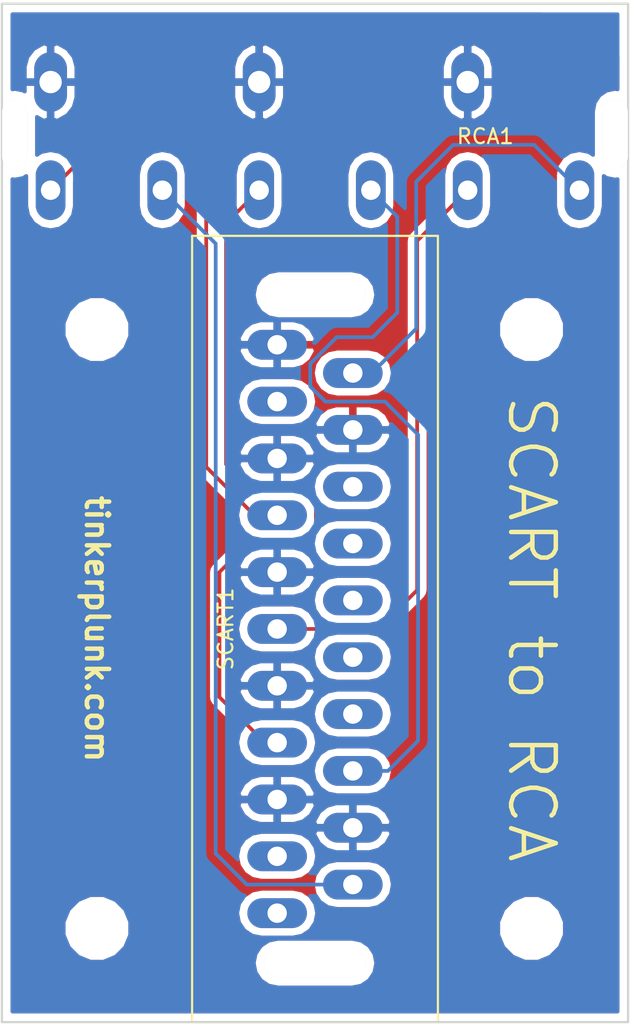
<source format=kicad_pcb>
(kicad_pcb (version 4) (host pcbnew 4.0.7)

  (general
    (links 15)
    (no_connects 0)
    (area 129.401499 66.345999 171.588501 134.758501)
    (thickness 1.6)
    (drawings 11)
    (tracks 46)
    (zones 0)
    (modules 6)
    (nets 19)
  )

  (page A4)
  (layers
    (0 F.Cu signal)
    (31 B.Cu signal)
    (32 B.Adhes user)
    (33 F.Adhes user)
    (34 B.Paste user)
    (35 F.Paste user)
    (36 B.SilkS user)
    (37 F.SilkS user)
    (38 B.Mask user)
    (39 F.Mask user)
    (40 Dwgs.User user)
    (41 Cmts.User user)
    (42 Eco1.User user)
    (43 Eco2.User user)
    (44 Edge.Cuts user)
    (45 Margin user)
    (46 B.CrtYd user)
    (47 F.CrtYd user)
    (48 B.Fab user)
    (49 F.Fab user)
  )

  (setup
    (last_trace_width 0.25)
    (trace_clearance 0.2)
    (zone_clearance 0.508)
    (zone_45_only no)
    (trace_min 0.2)
    (segment_width 0.2)
    (edge_width 0.15)
    (via_size 0.6)
    (via_drill 0.4)
    (via_min_size 0.4)
    (via_min_drill 0.3)
    (uvia_size 0.3)
    (uvia_drill 0.1)
    (uvias_allowed no)
    (uvia_min_size 0.2)
    (uvia_min_drill 0.1)
    (pcb_text_width 0.3)
    (pcb_text_size 1.5 1.5)
    (mod_edge_width 0.15)
    (mod_text_size 1 1)
    (mod_text_width 0.15)
    (pad_size 1.7 4.7)
    (pad_drill 1.7)
    (pad_to_mask_clearance 0.2)
    (aux_axis_origin 0 0)
    (visible_elements 7FFFFFFF)
    (pcbplotparams
      (layerselection 0x010f0_80000001)
      (usegerberextensions true)
      (excludeedgelayer true)
      (linewidth 0.100000)
      (plotframeref false)
      (viasonmask false)
      (mode 1)
      (useauxorigin false)
      (hpglpennumber 1)
      (hpglpenspeed 20)
      (hpglpendiameter 15)
      (hpglpenoverlay 2)
      (psnegative false)
      (psa4output false)
      (plotreference true)
      (plotvalue true)
      (plotinvisibletext false)
      (padsonsilk false)
      (subtractmaskfromsilk false)
      (outputformat 1)
      (mirror false)
      (drillshape 0)
      (scaleselection 1)
      (outputdirectory Gerbers/))
  )

  (net 0 "")
  (net 1 GND)
  (net 2 RED)
  (net 3 R_AUD)
  (net 4 SYNC)
  (net 5 GREEN)
  (net 6 L_AUD)
  (net 7 BLUE)
  (net 8 "Net-(SCART1-Pad16)")
  (net 9 "Net-(SCART1-Pad14)")
  (net 10 "Net-(SCART1-Pad10)")
  (net 11 "Net-(SCART1-Pad12)")
  (net 12 "Net-(SCART1-Pad1)")
  (net 13 "Net-(SCART1-Pad3)")
  (net 14 "Net-(SCART1-Pad19)")
  (net 15 "Net-(J1-Pad1)")
  (net 16 "Net-(J2-Pad1)")
  (net 17 "Net-(J3-Pad1)")
  (net 18 "Net-(J4-Pad1)")

  (net_class Default "This is the default net class."
    (clearance 0.2)
    (trace_width 0.25)
    (via_dia 0.6)
    (via_drill 0.4)
    (uvia_dia 0.3)
    (uvia_drill 0.1)
    (add_net BLUE)
    (add_net GND)
    (add_net GREEN)
    (add_net L_AUD)
    (add_net "Net-(J1-Pad1)")
    (add_net "Net-(J2-Pad1)")
    (add_net "Net-(J3-Pad1)")
    (add_net "Net-(J4-Pad1)")
    (add_net "Net-(SCART1-Pad1)")
    (add_net "Net-(SCART1-Pad10)")
    (add_net "Net-(SCART1-Pad12)")
    (add_net "Net-(SCART1-Pad14)")
    (add_net "Net-(SCART1-Pad16)")
    (add_net "Net-(SCART1-Pad19)")
    (add_net "Net-(SCART1-Pad3)")
    (add_net RED)
    (add_net R_AUD)
    (add_net SYNC)
  )

  (module SCARTConnectors:3x2_RCA (layer F.Cu) (tedit 5B18BA86) (tstamp 5B098CD8)
    (at 150.495 66.421 180)
    (path /5B098E54)
    (fp_text reference RCA1 (at -11.43 -8.89 180) (layer F.SilkS)
      (effects (font (size 1 1) (thickness 0.15)))
    )
    (fp_text value 3x2_RCA (at 10.16 -7.62 180) (layer F.Fab)
      (effects (font (size 1 1) (thickness 0.15)))
    )
    (fp_line (start -21 0) (end 21 0) (layer F.SilkS) (width 0.15))
    (pad 9 thru_hole oval (at 17.75 -5.25 180) (size 2.2 4) (drill 1.5) (layers *.Cu *.Mask)
      (net 1 GND))
    (pad 8 thru_hole oval (at 3.75 -5.25 180) (size 2.2 4) (drill 1.5) (layers *.Cu *.Mask)
      (net 1 GND))
    (pad 7 thru_hole oval (at -10.25 -5.25 180) (size 2.2 4) (drill 1.5) (layers *.Cu *.Mask)
      (net 1 GND))
    (pad 6 thru_hole oval (at 17.75 -12.5 180) (size 2 4) (drill 1.3) (layers *.Cu *.Mask)
      (net 2 RED))
    (pad 5 thru_hole oval (at 10.25 -12.5 180) (size 2 4) (drill 1.3) (layers *.Cu *.Mask)
      (net 3 R_AUD))
    (pad 1 thru_hole oval (at -17.75 -12.5 180) (size 2 4) (drill 1.3) (layers *.Cu *.Mask)
      (net 4 SYNC))
    (pad 2 thru_hole oval (at -10.25 -12.5 180) (size 2 4) (drill 1.3) (layers *.Cu *.Mask)
      (net 5 GREEN))
    (pad 3 thru_hole oval (at -3.75 -12.5 180) (size 2 4) (drill 1.3) (layers *.Cu *.Mask)
      (net 6 L_AUD))
    (pad 4 thru_hole oval (at 3.75 -12.5 180) (size 2 4) (drill 1.3) (layers *.Cu *.Mask)
      (net 7 BLUE))
    (pad "" np_thru_hole oval (at -20.15 -8.75 180) (size 1.7 4.7) (drill oval 1.7 4.7) (layers *.Cu *.Mask))
    (pad "" np_thru_hole oval (at 20.15 -8.75 180) (size 1.7 4.7) (drill oval 1.7 4.7) (layers *.Cu *.Mask))
  )

  (module SCARTConnectors:SCART_F (layer F.Cu) (tedit 5B18B74C) (tstamp 5B098CF7)
    (at 150.495 108.331 270)
    (path /5B074A73)
    (fp_text reference SCART1 (at 0 6 270) (layer F.SilkS)
      (effects (font (size 1 1) (thickness 0.15)))
    )
    (fp_text value SCART-F (at 0 -6.25 270) (layer F.Fab)
      (effects (font (size 1 1) (thickness 0.15)))
    )
    (fp_line (start 26.35 8.25) (end -26.35 8.25) (layer F.SilkS) (width 0.15))
    (fp_line (start -26.35 8.25) (end -26.35 -8.25) (layer F.SilkS) (width 0.15))
    (fp_line (start -26.35 -8.25) (end 26.35 -8.25) (layer F.SilkS) (width 0.15))
    (fp_line (start 26.35 -8.25) (end 26.35 8.25) (layer F.SilkS) (width 0.15))
    (pad 20 thru_hole oval (at -17.155 -2.54 270) (size 2 4) (drill 1.3) (layers *.Cu *.Mask)
      (net 4 SYNC))
    (pad 18 thru_hole oval (at -13.345 -2.54 270) (size 2 4) (drill 1.3) (layers *.Cu *.Mask)
      (net 1 GND))
    (pad 16 thru_hole oval (at -9.535 -2.54 270) (size 2 4) (drill 1.3) (layers *.Cu *.Mask)
      (net 8 "Net-(SCART1-Pad16)"))
    (pad 14 thru_hole oval (at -5.725 -2.54 270) (size 2 4) (drill 1.3) (layers *.Cu *.Mask)
      (net 9 "Net-(SCART1-Pad14)"))
    (pad 2 thru_hole oval (at 17.135 -2.54 270) (size 2 4) (drill 1.3) (layers *.Cu *.Mask)
      (net 3 R_AUD))
    (pad 4 thru_hole oval (at 13.325 -2.54 270) (size 2 4) (drill 1.3) (layers *.Cu *.Mask)
      (net 1 GND))
    (pad 6 thru_hole oval (at 9.515 -2.54 270) (size 2 4) (drill 1.3) (layers *.Cu *.Mask)
      (net 6 L_AUD))
    (pad e8 thru_hole oval (at 5.705 -2.54 270) (size 2 4) (drill 1.3) (layers *.Cu *.Mask))
    (pad 10 thru_hole oval (at 1.895 -2.54 270) (size 2 4) (drill 1.3) (layers *.Cu *.Mask)
      (net 10 "Net-(SCART1-Pad10)"))
    (pad 12 thru_hole oval (at -1.915 -2.54 270) (size 2 4) (drill 1.3) (layers *.Cu *.Mask)
      (net 11 "Net-(SCART1-Pad12)"))
    (pad 1 thru_hole oval (at 19.05 2.54 270) (size 2 4) (drill 1.3) (layers *.Cu *.Mask)
      (net 12 "Net-(SCART1-Pad1)"))
    (pad 3 thru_hole oval (at 15.24 2.54 270) (size 2 4) (drill 1.3) (layers *.Cu *.Mask)
      (net 13 "Net-(SCART1-Pad3)"))
    (pad 5 thru_hole oval (at 11.43 2.54 270) (size 2 4) (drill 1.3) (layers *.Cu *.Mask)
      (net 1 GND))
    (pad 7 thru_hole oval (at 7.62 2.54 270) (size 2 4) (drill 1.3) (layers *.Cu *.Mask)
      (net 7 BLUE))
    (pad 9 thru_hole oval (at 3.81 2.54 270) (size 2 4) (drill 1.3) (layers *.Cu *.Mask)
      (net 1 GND))
    (pad 21 thru_hole oval (at -19.05 2.54 270) (size 2 4) (drill 1.3) (layers *.Cu *.Mask)
      (net 1 GND))
    (pad 19 thru_hole oval (at -15.24 2.54 270) (size 2 4) (drill 1.3) (layers *.Cu *.Mask)
      (net 14 "Net-(SCART1-Pad19)"))
    (pad 17 thru_hole oval (at -11.43 2.54 270) (size 2 4) (drill 1.3) (layers *.Cu *.Mask)
      (net 1 GND))
    (pad 15 thru_hole oval (at -7.62 2.54 270) (size 2 4) (drill 1.3) (layers *.Cu *.Mask)
      (net 2 RED))
    (pad 13 thru_hole oval (at -3.81 2.54 270) (size 2 4) (drill 1.3) (layers *.Cu *.Mask)
      (net 1 GND))
    (pad 11 thru_hole oval (at 0 2.54 270) (size 2 4) (drill 1.3) (layers *.Cu *.Mask)
      (net 5 GREEN))
    (pad "" np_thru_hole oval (at -22.4 0 270) (size 2 6.8) (drill oval 2 6.8) (layers *.Cu *.Mask))
    (pad "" np_thru_hole oval (at 22.4 0 270) (size 2 6.8) (drill oval 2 6.8) (layers *.Cu *.Mask))
  )

  (module Mounting_Holes:MountingHole_3.2mm_M3 (layer F.Cu) (tedit 5B19C1E6) (tstamp 5B19BFE1)
    (at 165.03175 128.40175)
    (descr "Mounting Hole 3.2mm, no annular, M3")
    (tags "mounting hole 3.2mm no annular m3")
    (path /5B19BE3C)
    (attr virtual)
    (fp_text reference J1 (at 0 -4.2) (layer F.SilkS) hide
      (effects (font (size 1 1) (thickness 0.15)))
    )
    (fp_text value Conn_01x01 (at 0 4.2) (layer F.Fab)
      (effects (font (size 1 1) (thickness 0.15)))
    )
    (fp_text user %R (at 0.3 0) (layer F.Fab)
      (effects (font (size 1 1) (thickness 0.15)))
    )
    (fp_circle (center 0 0) (end 3.2 0) (layer Cmts.User) (width 0.15))
    (fp_circle (center 0 0) (end 3.45 0) (layer F.CrtYd) (width 0.05))
    (pad 1 np_thru_hole circle (at 0 0) (size 3.2 3.2) (drill 3.2) (layers *.Cu *.Mask)
      (net 15 "Net-(J1-Pad1)"))
  )

  (module Mounting_Holes:MountingHole_3.2mm_M3 (layer F.Cu) (tedit 5B19C1EA) (tstamp 5B19BFE6)
    (at 135.85825 128.40175)
    (descr "Mounting Hole 3.2mm, no annular, M3")
    (tags "mounting hole 3.2mm no annular m3")
    (path /5B19BE9F)
    (attr virtual)
    (fp_text reference J2 (at 0 -4.2) (layer F.SilkS) hide
      (effects (font (size 1 1) (thickness 0.15)))
    )
    (fp_text value Conn_01x01 (at 0 4.2) (layer F.Fab)
      (effects (font (size 1 1) (thickness 0.15)))
    )
    (fp_text user %R (at 0.3 0) (layer F.Fab)
      (effects (font (size 1 1) (thickness 0.15)))
    )
    (fp_circle (center 0 0) (end 3.2 0) (layer Cmts.User) (width 0.15))
    (fp_circle (center 0 0) (end 3.45 0) (layer F.CrtYd) (width 0.05))
    (pad 1 np_thru_hole circle (at 0 0) (size 3.2 3.2) (drill 3.2) (layers *.Cu *.Mask)
      (net 16 "Net-(J2-Pad1)"))
  )

  (module Mounting_Holes:MountingHole_3.2mm_M3 (layer F.Cu) (tedit 5B19C1DF) (tstamp 5B19BFEB)
    (at 165.03175 88.26025)
    (descr "Mounting Hole 3.2mm, no annular, M3")
    (tags "mounting hole 3.2mm no annular m3")
    (path /5B19BE5E)
    (attr virtual)
    (fp_text reference J3 (at 0 -4.2) (layer F.SilkS) hide
      (effects (font (size 1 1) (thickness 0.15)))
    )
    (fp_text value Conn_01x01 (at 0 4.2) (layer F.Fab)
      (effects (font (size 1 1) (thickness 0.15)))
    )
    (fp_text user %R (at 0.3 0) (layer F.Fab)
      (effects (font (size 1 1) (thickness 0.15)))
    )
    (fp_circle (center 0 0) (end 3.2 0) (layer Cmts.User) (width 0.15))
    (fp_circle (center 0 0) (end 3.45 0) (layer F.CrtYd) (width 0.05))
    (pad 1 np_thru_hole circle (at 0 0) (size 3.2 3.2) (drill 3.2) (layers *.Cu *.Mask)
      (net 17 "Net-(J3-Pad1)"))
  )

  (module Mounting_Holes:MountingHole_3.2mm_M3 (layer F.Cu) (tedit 5B19C1F0) (tstamp 5B19BFF0)
    (at 135.85825 88.26025)
    (descr "Mounting Hole 3.2mm, no annular, M3")
    (tags "mounting hole 3.2mm no annular m3")
    (path /5B19BE7E)
    (attr virtual)
    (fp_text reference J4 (at 0 -4.2) (layer F.SilkS) hide
      (effects (font (size 1 1) (thickness 0.15)))
    )
    (fp_text value Conn_01x01 (at 0 4.2) (layer F.Fab)
      (effects (font (size 1 1) (thickness 0.15)))
    )
    (fp_text user %R (at 0.3 0) (layer F.Fab)
      (effects (font (size 1 1) (thickness 0.15)))
    )
    (fp_circle (center 0 0) (end 3.2 0) (layer Cmts.User) (width 0.15))
    (fp_circle (center 0 0) (end 3.45 0) (layer F.CrtYd) (width 0.05))
    (pad 1 np_thru_hole circle (at 0 0) (size 3.2 3.2) (drill 3.2) (layers *.Cu *.Mask)
      (net 18 "Net-(J4-Pad1)"))
  )

  (gr_text tinkerplunk.com (at 135.85825 108.331 270) (layer F.SilkS)
    (effects (font (size 1.5 1.5) (thickness 0.3)))
  )
  (gr_text v0.1 (at 171.0182 68.01104) (layer F.Cu)
    (effects (font (size 1.5 1.5) (thickness 0.3)) (justify right))
  )
  (gr_text "SCART to RCA" (at 165.03175 108.331 270) (layer F.SilkS)
    (effects (font (size 3 3) (thickness 0.3)))
  )
  (gr_line (start 130.345 73.671) (end 130.345 76.671) (angle 90) (layer Edge.Cuts) (width 1.7))
  (gr_line (start 129.4765 134.6835) (end 129.4765 66.421) (angle 90) (layer Edge.Cuts) (width 0.15))
  (gr_line (start 171.5135 66.421) (end 171.5135 134.6835) (angle 90) (layer Edge.Cuts) (width 0.15))
  (gr_line (start 171.5135 134.6835) (end 129.4765 134.6835) (angle 90) (layer Edge.Cuts) (width 0.15))
  (gr_line (start 170.645 73.671) (end 170.645 76.671) (angle 90) (layer Edge.Cuts) (width 1.7) (tstamp 5B18BBBA))
  (gr_line (start 171.5135 66.421) (end 129.4765 66.421) (angle 90) (layer Edge.Cuts) (width 0.15))
  (gr_line (start 148.095 130.731) (end 152.895 130.731) (angle 90) (layer Edge.Cuts) (width 2) (tstamp 5B18B802))
  (gr_line (start 148.095 85.931) (end 152.895 85.931) (angle 90) (layer Edge.Cuts) (width 2))

  (segment (start 147.955 100.711) (end 146.431 100.711) (width 0.25) (layer F.Cu) (net 2))
  (segment (start 146.431 100.711) (end 143.1925 97.4725) (width 0.25) (layer F.Cu) (net 2) (tstamp 5B18BE0F))
  (segment (start 143.1925 97.4725) (end 143.1925 78.105) (width 0.25) (layer F.Cu) (net 2) (tstamp 5B18BE15))
  (segment (start 143.1925 78.105) (end 140.589 75.5015) (width 0.25) (layer F.Cu) (net 2) (tstamp 5B18BE29))
  (segment (start 140.589 75.5015) (end 136.1645 75.5015) (width 0.25) (layer F.Cu) (net 2) (tstamp 5B18BE2B))
  (segment (start 136.1645 75.5015) (end 132.745 78.921) (width 0.25) (layer F.Cu) (net 2) (tstamp 5B18BE2E))
  (segment (start 153.035 125.466) (end 145.913 125.466) (width 0.25) (layer B.Cu) (net 3))
  (segment (start 143.8275 82.5035) (end 140.245 78.921) (width 0.25) (layer B.Cu) (net 3) (tstamp 5B18BE03))
  (segment (start 143.8275 123.3805) (end 143.8275 82.5035) (width 0.25) (layer B.Cu) (net 3) (tstamp 5B18BDF4))
  (segment (start 145.913 125.466) (end 143.8275 123.3805) (width 0.25) (layer B.Cu) (net 3) (tstamp 5B18BDF1))
  (segment (start 153.035 91.176) (end 154.315 91.176) (width 0.25) (layer B.Cu) (net 4))
  (segment (start 154.315 91.176) (end 157.2895 88.2015) (width 0.25) (layer B.Cu) (net 4) (tstamp 5B18BE52))
  (segment (start 157.2895 88.2015) (end 157.2895 78.359) (width 0.25) (layer B.Cu) (net 4) (tstamp 5B18BE5A))
  (segment (start 157.2895 78.359) (end 159.766 75.8825) (width 0.25) (layer B.Cu) (net 4) (tstamp 5B18BE60))
  (segment (start 159.766 75.8825) (end 165.2065 75.8825) (width 0.25) (layer B.Cu) (net 4) (tstamp 5B18BE62))
  (segment (start 165.2065 75.8825) (end 168.245 78.921) (width 0.25) (layer B.Cu) (net 4) (tstamp 5B18BE64))
  (segment (start 147.955 108.331) (end 154.7495 108.331) (width 0.25) (layer F.Cu) (net 5))
  (segment (start 157.353 82.313) (end 160.745 78.921) (width 0.25) (layer F.Cu) (net 5) (tstamp 5B18BE44))
  (segment (start 157.353 105.7275) (end 157.353 82.313) (width 0.25) (layer F.Cu) (net 5) (tstamp 5B18BE3C))
  (segment (start 154.7495 108.331) (end 157.353 105.7275) (width 0.25) (layer F.Cu) (net 5) (tstamp 5B18BE38))
  (segment (start 153.035 117.846) (end 155.3945 117.846) (width 0.25) (layer B.Cu) (net 6))
  (segment (start 156.0195 80.6955) (end 154.245 78.921) (width 0.25) (layer B.Cu) (net 6) (tstamp 5B19BBB0))
  (segment (start 156.0195 87.122) (end 156.0195 80.6955) (width 0.25) (layer B.Cu) (net 6) (tstamp 5B19BBAB))
  (segment (start 154.3685 88.773) (end 156.0195 87.122) (width 0.25) (layer B.Cu) (net 6) (tstamp 5B19BBA7))
  (segment (start 151.9555 88.773) (end 154.3685 88.773) (width 0.25) (layer B.Cu) (net 6) (tstamp 5B19BBA2))
  (segment (start 150.1775 90.551) (end 151.9555 88.773) (width 0.25) (layer B.Cu) (net 6) (tstamp 5B19BB9E))
  (segment (start 150.1775 92.075) (end 150.1775 90.551) (width 0.25) (layer B.Cu) (net 6) (tstamp 5B19BB99))
  (segment (start 151.1935 93.091) (end 150.1775 92.075) (width 0.25) (layer B.Cu) (net 6) (tstamp 5B19BB93))
  (segment (start 155.194 93.091) (end 151.1935 93.091) (width 0.25) (layer B.Cu) (net 6) (tstamp 5B19BB8E))
  (segment (start 157.4165 95.3135) (end 155.194 93.091) (width 0.25) (layer B.Cu) (net 6) (tstamp 5B19BB86))
  (segment (start 157.4165 115.824) (end 157.4165 95.3135) (width 0.25) (layer B.Cu) (net 6) (tstamp 5B19BB84))
  (segment (start 155.3945 117.846) (end 157.4165 115.824) (width 0.25) (layer B.Cu) (net 6) (tstamp 5B19BB81))
  (segment (start 153.035 117.846) (end 152.263 117.846) (width 0.25) (layer B.Cu) (net 6))
  (segment (start 147.955 115.951) (end 147.1295 115.951) (width 0.25) (layer F.Cu) (net 7))
  (segment (start 147.1295 115.951) (end 144.0815 112.903) (width 0.25) (layer F.Cu) (net 7) (tstamp 5B18BD02))
  (segment (start 144.526 81.14) (end 146.745 78.921) (width 0.25) (layer F.Cu) (net 7) (tstamp 5B18BD50))
  (segment (start 144.526 97.282) (end 144.526 81.14) (width 0.25) (layer F.Cu) (net 7) (tstamp 5B18BD4A))
  (segment (start 146.177 98.933) (end 144.526 97.282) (width 0.25) (layer F.Cu) (net 7) (tstamp 5B18BD3B))
  (segment (start 149.606 98.933) (end 146.177 98.933) (width 0.25) (layer F.Cu) (net 7) (tstamp 5B18BD37))
  (segment (start 150.5585 99.8855) (end 149.606 98.933) (width 0.25) (layer F.Cu) (net 7) (tstamp 5B18BD31))
  (segment (start 150.5585 101.6) (end 150.5585 99.8855) (width 0.25) (layer F.Cu) (net 7) (tstamp 5B18BD24))
  (segment (start 149.5425 102.616) (end 150.5585 101.6) (width 0.25) (layer F.Cu) (net 7) (tstamp 5B18BD20))
  (segment (start 145.9865 102.616) (end 149.5425 102.616) (width 0.25) (layer F.Cu) (net 7) (tstamp 5B18BD1B))
  (segment (start 144.0815 104.521) (end 145.9865 102.616) (width 0.25) (layer F.Cu) (net 7) (tstamp 5B18BD16))
  (segment (start 144.0815 112.903) (end 144.0815 104.521) (width 0.25) (layer F.Cu) (net 7) (tstamp 5B18BD0B))
  (segment (start 147.955 115.951) (end 148.59 115.951) (width 0.25) (layer F.Cu) (net 7))

  (zone (net 1) (net_name GND) (layer F.Cu) (tstamp 5B19BAE9) (hatch edge 0.508)
    (connect_pads (clearance 0.508))
    (min_thickness 0.254)
    (fill yes (arc_segments 16) (thermal_gap 0.508) (thermal_bridge_width 0.508))
    (polygon
      (pts
        (xy 171.6405 134.8105) (xy 129.3495 134.8105) (xy 129.3495 66.294) (xy 171.6405 66.294)
      )
    )
    (filled_polygon
      (pts
        (xy 165.668915 69.99604) (xy 170.8035 69.99604) (xy 170.8035 72.159048) (xy 170.645 72.12752) (xy 170.076715 72.240559)
        (xy 169.594946 72.562466) (xy 169.273039 73.044235) (xy 169.16 73.61252) (xy 169.16 76.552146) (xy 168.870687 76.358834)
        (xy 168.245 76.234377) (xy 167.619313 76.358834) (xy 167.08888 76.713257) (xy 166.734457 77.24369) (xy 166.61 77.869377)
        (xy 166.61 79.972623) (xy 166.734457 80.59831) (xy 167.08888 81.128743) (xy 167.619313 81.483166) (xy 168.245 81.607623)
        (xy 168.870687 81.483166) (xy 169.40112 81.128743) (xy 169.755543 80.59831) (xy 169.88 79.972623) (xy 169.88 77.970001)
        (xy 170.076715 78.101441) (xy 170.645 78.21448) (xy 170.8035 78.182952) (xy 170.8035 133.9735) (xy 130.1865 133.9735)
        (xy 130.1865 130.731) (xy 146.38095 130.731) (xy 146.505407 131.356687) (xy 146.85983 131.88712) (xy 147.390263 132.241543)
        (xy 148.01595 132.366) (xy 152.97405 132.366) (xy 153.599737 132.241543) (xy 154.13017 131.88712) (xy 154.484593 131.356687)
        (xy 154.60905 130.731) (xy 154.484593 130.105313) (xy 154.13017 129.57488) (xy 153.599737 129.220457) (xy 152.97405 129.096)
        (xy 148.01595 129.096) (xy 147.390263 129.220457) (xy 146.85983 129.57488) (xy 146.505407 130.105313) (xy 146.38095 130.731)
        (xy 130.1865 130.731) (xy 130.1865 128.844369) (xy 133.622863 128.844369) (xy 133.962405 129.666122) (xy 134.590571 130.295386)
        (xy 135.411731 130.636361) (xy 136.300869 130.637137) (xy 137.122622 130.297595) (xy 137.751886 129.669429) (xy 138.092861 128.848269)
        (xy 138.093637 127.959131) (xy 137.854758 127.381) (xy 145.268377 127.381) (xy 145.392834 128.006687) (xy 145.747257 128.53712)
        (xy 146.27769 128.891543) (xy 146.903377 129.016) (xy 149.006623 129.016) (xy 149.63231 128.891543) (xy 149.702911 128.844369)
        (xy 162.796363 128.844369) (xy 163.135905 129.666122) (xy 163.764071 130.295386) (xy 164.585231 130.636361) (xy 165.474369 130.637137)
        (xy 166.296122 130.297595) (xy 166.925386 129.669429) (xy 167.266361 128.848269) (xy 167.267137 127.959131) (xy 166.927595 127.137378)
        (xy 166.299429 126.508114) (xy 165.478269 126.167139) (xy 164.589131 126.166363) (xy 163.767378 126.505905) (xy 163.138114 127.134071)
        (xy 162.797139 127.955231) (xy 162.796363 128.844369) (xy 149.702911 128.844369) (xy 150.162743 128.53712) (xy 150.517166 128.006687)
        (xy 150.641623 127.381) (xy 150.517166 126.755313) (xy 150.162743 126.22488) (xy 149.63231 125.870457) (xy 149.006623 125.746)
        (xy 146.903377 125.746) (xy 146.27769 125.870457) (xy 145.747257 126.22488) (xy 145.392834 126.755313) (xy 145.268377 127.381)
        (xy 137.854758 127.381) (xy 137.754095 127.137378) (xy 137.125929 126.508114) (xy 136.304769 126.167139) (xy 135.415631 126.166363)
        (xy 134.593878 126.505905) (xy 133.964614 127.134071) (xy 133.623639 127.955231) (xy 133.622863 128.844369) (xy 130.1865 128.844369)
        (xy 130.1865 125.466) (xy 150.348377 125.466) (xy 150.472834 126.091687) (xy 150.827257 126.62212) (xy 151.35769 126.976543)
        (xy 151.983377 127.101) (xy 154.086623 127.101) (xy 154.71231 126.976543) (xy 155.242743 126.62212) (xy 155.597166 126.091687)
        (xy 155.721623 125.466) (xy 155.597166 124.840313) (xy 155.242743 124.30988) (xy 154.71231 123.955457) (xy 154.086623 123.831)
        (xy 151.983377 123.831) (xy 151.35769 123.955457) (xy 150.827257 124.30988) (xy 150.472834 124.840313) (xy 150.348377 125.466)
        (xy 130.1865 125.466) (xy 130.1865 123.571) (xy 145.268377 123.571) (xy 145.392834 124.196687) (xy 145.747257 124.72712)
        (xy 146.27769 125.081543) (xy 146.903377 125.206) (xy 149.006623 125.206) (xy 149.63231 125.081543) (xy 150.162743 124.72712)
        (xy 150.517166 124.196687) (xy 150.641623 123.571) (xy 150.517166 122.945313) (xy 150.162743 122.41488) (xy 149.63231 122.060457)
        (xy 149.511539 122.036434) (xy 150.444876 122.036434) (xy 150.475856 122.164355) (xy 150.789078 122.722317) (xy 151.29198 123.117942)
        (xy 151.908 123.291) (xy 152.908 123.291) (xy 152.908 121.783) (xy 153.162 121.783) (xy 153.162 123.291)
        (xy 154.162 123.291) (xy 154.77802 123.117942) (xy 155.280922 122.722317) (xy 155.594144 122.164355) (xy 155.625124 122.036434)
        (xy 155.505777 121.783) (xy 153.162 121.783) (xy 152.908 121.783) (xy 150.564223 121.783) (xy 150.444876 122.036434)
        (xy 149.511539 122.036434) (xy 149.006623 121.936) (xy 146.903377 121.936) (xy 146.27769 122.060457) (xy 145.747257 122.41488)
        (xy 145.392834 122.945313) (xy 145.268377 123.571) (xy 130.1865 123.571) (xy 130.1865 120.141434) (xy 145.364876 120.141434)
        (xy 145.395856 120.269355) (xy 145.709078 120.827317) (xy 146.21198 121.222942) (xy 146.828 121.396) (xy 147.828 121.396)
        (xy 147.828 119.888) (xy 148.082 119.888) (xy 148.082 121.396) (xy 149.082 121.396) (xy 149.510698 121.275566)
        (xy 150.444876 121.275566) (xy 150.564223 121.529) (xy 152.908 121.529) (xy 152.908 120.021) (xy 153.162 120.021)
        (xy 153.162 121.529) (xy 155.505777 121.529) (xy 155.625124 121.275566) (xy 155.594144 121.147645) (xy 155.280922 120.589683)
        (xy 154.77802 120.194058) (xy 154.162 120.021) (xy 153.162 120.021) (xy 152.908 120.021) (xy 151.908 120.021)
        (xy 151.29198 120.194058) (xy 150.789078 120.589683) (xy 150.475856 121.147645) (xy 150.444876 121.275566) (xy 149.510698 121.275566)
        (xy 149.69802 121.222942) (xy 150.200922 120.827317) (xy 150.514144 120.269355) (xy 150.545124 120.141434) (xy 150.425777 119.888)
        (xy 148.082 119.888) (xy 147.828 119.888) (xy 145.484223 119.888) (xy 145.364876 120.141434) (xy 130.1865 120.141434)
        (xy 130.1865 119.380566) (xy 145.364876 119.380566) (xy 145.484223 119.634) (xy 147.828 119.634) (xy 147.828 118.126)
        (xy 148.082 118.126) (xy 148.082 119.634) (xy 150.425777 119.634) (xy 150.545124 119.380566) (xy 150.514144 119.252645)
        (xy 150.200922 118.694683) (xy 149.69802 118.299058) (xy 149.082 118.126) (xy 148.082 118.126) (xy 147.828 118.126)
        (xy 146.828 118.126) (xy 146.21198 118.299058) (xy 145.709078 118.694683) (xy 145.395856 119.252645) (xy 145.364876 119.380566)
        (xy 130.1865 119.380566) (xy 130.1865 117.846) (xy 150.348377 117.846) (xy 150.472834 118.471687) (xy 150.827257 119.00212)
        (xy 151.35769 119.356543) (xy 151.983377 119.481) (xy 154.086623 119.481) (xy 154.71231 119.356543) (xy 155.242743 119.00212)
        (xy 155.597166 118.471687) (xy 155.721623 117.846) (xy 155.597166 117.220313) (xy 155.242743 116.68988) (xy 154.71231 116.335457)
        (xy 154.086623 116.211) (xy 151.983377 116.211) (xy 151.35769 116.335457) (xy 150.827257 116.68988) (xy 150.472834 117.220313)
        (xy 150.348377 117.846) (xy 130.1865 117.846) (xy 130.1865 88.702869) (xy 133.622863 88.702869) (xy 133.962405 89.524622)
        (xy 134.590571 90.153886) (xy 135.411731 90.494861) (xy 136.300869 90.495637) (xy 137.122622 90.156095) (xy 137.751886 89.527929)
        (xy 138.092861 88.706769) (xy 138.093637 87.817631) (xy 137.754095 86.995878) (xy 137.125929 86.366614) (xy 136.304769 86.025639)
        (xy 135.415631 86.024863) (xy 134.593878 86.364405) (xy 133.964614 86.992571) (xy 133.623639 87.813731) (xy 133.622863 88.702869)
        (xy 130.1865 88.702869) (xy 130.1865 78.182952) (xy 130.345 78.21448) (xy 130.913285 78.101441) (xy 131.11 77.970001)
        (xy 131.11 79.972623) (xy 131.234457 80.59831) (xy 131.58888 81.128743) (xy 132.119313 81.483166) (xy 132.745 81.607623)
        (xy 133.370687 81.483166) (xy 133.90112 81.128743) (xy 134.255543 80.59831) (xy 134.38 79.972623) (xy 134.38 78.360802)
        (xy 136.479302 76.2615) (xy 140.108644 76.2615) (xy 139.619313 76.358834) (xy 139.08888 76.713257) (xy 138.734457 77.24369)
        (xy 138.61 77.869377) (xy 138.61 79.972623) (xy 138.734457 80.59831) (xy 139.08888 81.128743) (xy 139.619313 81.483166)
        (xy 140.245 81.607623) (xy 140.870687 81.483166) (xy 141.40112 81.128743) (xy 141.755543 80.59831) (xy 141.88 79.972623)
        (xy 141.88 77.869377) (xy 141.879485 77.866787) (xy 142.4325 78.419802) (xy 142.4325 97.4725) (xy 142.490352 97.763339)
        (xy 142.655099 98.009901) (xy 145.282947 100.637749) (xy 145.268377 100.711) (xy 145.392834 101.336687) (xy 145.747257 101.86712)
        (xy 145.789316 101.895223) (xy 145.695661 101.913852) (xy 145.449099 102.078599) (xy 143.544099 103.983599) (xy 143.379352 104.230161)
        (xy 143.3215 104.521) (xy 143.3215 112.903) (xy 143.379352 113.193839) (xy 143.544099 113.440401) (xy 145.407324 115.303626)
        (xy 145.392834 115.325313) (xy 145.268377 115.951) (xy 145.392834 116.576687) (xy 145.747257 117.10712) (xy 146.27769 117.461543)
        (xy 146.903377 117.586) (xy 149.006623 117.586) (xy 149.63231 117.461543) (xy 150.162743 117.10712) (xy 150.517166 116.576687)
        (xy 150.641623 115.951) (xy 150.517166 115.325313) (xy 150.162743 114.79488) (xy 149.63231 114.440457) (xy 149.006623 114.316)
        (xy 146.903377 114.316) (xy 146.624729 114.371427) (xy 146.289302 114.036) (xy 150.348377 114.036) (xy 150.472834 114.661687)
        (xy 150.827257 115.19212) (xy 151.35769 115.546543) (xy 151.983377 115.671) (xy 154.086623 115.671) (xy 154.71231 115.546543)
        (xy 155.242743 115.19212) (xy 155.597166 114.661687) (xy 155.721623 114.036) (xy 155.597166 113.410313) (xy 155.242743 112.87988)
        (xy 154.71231 112.525457) (xy 154.086623 112.401) (xy 151.983377 112.401) (xy 151.35769 112.525457) (xy 150.827257 112.87988)
        (xy 150.472834 113.410313) (xy 150.348377 114.036) (xy 146.289302 114.036) (xy 144.8415 112.588198) (xy 144.8415 112.521434)
        (xy 145.364876 112.521434) (xy 145.395856 112.649355) (xy 145.709078 113.207317) (xy 146.21198 113.602942) (xy 146.828 113.776)
        (xy 147.828 113.776) (xy 147.828 112.268) (xy 148.082 112.268) (xy 148.082 113.776) (xy 149.082 113.776)
        (xy 149.69802 113.602942) (xy 150.200922 113.207317) (xy 150.514144 112.649355) (xy 150.545124 112.521434) (xy 150.425777 112.268)
        (xy 148.082 112.268) (xy 147.828 112.268) (xy 145.484223 112.268) (xy 145.364876 112.521434) (xy 144.8415 112.521434)
        (xy 144.8415 111.760566) (xy 145.364876 111.760566) (xy 145.484223 112.014) (xy 147.828 112.014) (xy 147.828 110.506)
        (xy 148.082 110.506) (xy 148.082 112.014) (xy 150.425777 112.014) (xy 150.545124 111.760566) (xy 150.514144 111.632645)
        (xy 150.200922 111.074683) (xy 149.69802 110.679058) (xy 149.082 110.506) (xy 148.082 110.506) (xy 147.828 110.506)
        (xy 146.828 110.506) (xy 146.21198 110.679058) (xy 145.709078 111.074683) (xy 145.395856 111.632645) (xy 145.364876 111.760566)
        (xy 144.8415 111.760566) (xy 144.8415 108.331) (xy 145.268377 108.331) (xy 145.392834 108.956687) (xy 145.747257 109.48712)
        (xy 146.27769 109.841543) (xy 146.903377 109.966) (xy 149.006623 109.966) (xy 149.63231 109.841543) (xy 150.162743 109.48712)
        (xy 150.427421 109.091) (xy 150.813145 109.091) (xy 150.472834 109.600313) (xy 150.348377 110.226) (xy 150.472834 110.851687)
        (xy 150.827257 111.38212) (xy 151.35769 111.736543) (xy 151.983377 111.861) (xy 154.086623 111.861) (xy 154.71231 111.736543)
        (xy 155.242743 111.38212) (xy 155.597166 110.851687) (xy 155.721623 110.226) (xy 155.597166 109.600313) (xy 155.242743 109.06988)
        (xy 155.114054 108.983893) (xy 155.286901 108.868401) (xy 157.890401 106.264901) (xy 158.055148 106.018339) (xy 158.113 105.7275)
        (xy 158.113 88.702869) (xy 162.796363 88.702869) (xy 163.135905 89.524622) (xy 163.764071 90.153886) (xy 164.585231 90.494861)
        (xy 165.474369 90.495637) (xy 166.296122 90.156095) (xy 166.925386 89.527929) (xy 167.266361 88.706769) (xy 167.267137 87.817631)
        (xy 166.927595 86.995878) (xy 166.299429 86.366614) (xy 165.478269 86.025639) (xy 164.589131 86.024863) (xy 163.767378 86.364405)
        (xy 163.138114 86.992571) (xy 162.797139 87.813731) (xy 162.796363 88.702869) (xy 158.113 88.702869) (xy 158.113 82.627802)
        (xy 159.602775 81.138027) (xy 160.119313 81.483166) (xy 160.745 81.607623) (xy 161.370687 81.483166) (xy 161.90112 81.128743)
        (xy 162.255543 80.59831) (xy 162.38 79.972623) (xy 162.38 77.869377) (xy 162.255543 77.24369) (xy 161.90112 76.713257)
        (xy 161.370687 76.358834) (xy 160.745 76.234377) (xy 160.119313 76.358834) (xy 159.58888 76.713257) (xy 159.234457 77.24369)
        (xy 159.11 77.869377) (xy 159.11 79.481198) (xy 156.815599 81.775599) (xy 156.650852 82.022161) (xy 156.593 82.313)
        (xy 156.593 105.412698) (xy 155.699735 106.305963) (xy 155.597166 105.790313) (xy 155.242743 105.25988) (xy 154.71231 104.905457)
        (xy 154.086623 104.781) (xy 151.983377 104.781) (xy 151.35769 104.905457) (xy 150.827257 105.25988) (xy 150.472834 105.790313)
        (xy 150.348377 106.416) (xy 150.472834 107.041687) (xy 150.826509 107.571) (xy 150.427421 107.571) (xy 150.162743 107.17488)
        (xy 149.63231 106.820457) (xy 149.006623 106.696) (xy 146.903377 106.696) (xy 146.27769 106.820457) (xy 145.747257 107.17488)
        (xy 145.392834 107.705313) (xy 145.268377 108.331) (xy 144.8415 108.331) (xy 144.8415 104.901434) (xy 145.364876 104.901434)
        (xy 145.395856 105.029355) (xy 145.709078 105.587317) (xy 146.21198 105.982942) (xy 146.828 106.156) (xy 147.828 106.156)
        (xy 147.828 104.648) (xy 148.082 104.648) (xy 148.082 106.156) (xy 149.082 106.156) (xy 149.69802 105.982942)
        (xy 150.200922 105.587317) (xy 150.514144 105.029355) (xy 150.545124 104.901434) (xy 150.425777 104.648) (xy 148.082 104.648)
        (xy 147.828 104.648) (xy 145.484223 104.648) (xy 145.364876 104.901434) (xy 144.8415 104.901434) (xy 144.8415 104.835802)
        (xy 145.419898 104.257404) (xy 145.484223 104.394) (xy 147.828 104.394) (xy 147.828 104.374) (xy 148.082 104.374)
        (xy 148.082 104.394) (xy 150.425777 104.394) (xy 150.545124 104.140566) (xy 150.514144 104.012645) (xy 150.200922 103.454683)
        (xy 149.938254 103.248046) (xy 150.079901 103.153401) (xy 150.394654 102.838648) (xy 150.472834 103.231687) (xy 150.827257 103.76212)
        (xy 151.35769 104.116543) (xy 151.983377 104.241) (xy 154.086623 104.241) (xy 154.71231 104.116543) (xy 155.242743 103.76212)
        (xy 155.597166 103.231687) (xy 155.721623 102.606) (xy 155.597166 101.980313) (xy 155.242743 101.44988) (xy 154.71231 101.095457)
        (xy 154.086623 100.971) (xy 151.983377 100.971) (xy 151.35769 101.095457) (xy 151.3185 101.121643) (xy 151.3185 100.280357)
        (xy 151.35769 100.306543) (xy 151.983377 100.431) (xy 154.086623 100.431) (xy 154.71231 100.306543) (xy 155.242743 99.95212)
        (xy 155.597166 99.421687) (xy 155.721623 98.796) (xy 155.597166 98.170313) (xy 155.242743 97.63988) (xy 154.71231 97.285457)
        (xy 154.086623 97.161) (xy 151.983377 97.161) (xy 151.35769 97.285457) (xy 150.827257 97.63988) (xy 150.472834 98.170313)
        (xy 150.3808 98.632998) (xy 150.143401 98.395599) (xy 149.896839 98.230852) (xy 149.872166 98.225944) (xy 150.200922 97.967317)
        (xy 150.514144 97.409355) (xy 150.545124 97.281434) (xy 150.425777 97.028) (xy 148.082 97.028) (xy 148.082 97.048)
        (xy 147.828 97.048) (xy 147.828 97.028) (xy 145.484223 97.028) (xy 145.440227 97.121425) (xy 145.286 96.967198)
        (xy 145.286 96.520566) (xy 145.364876 96.520566) (xy 145.484223 96.774) (xy 147.828 96.774) (xy 147.828 95.266)
        (xy 148.082 95.266) (xy 148.082 96.774) (xy 150.425777 96.774) (xy 150.545124 96.520566) (xy 150.514144 96.392645)
        (xy 150.200922 95.834683) (xy 149.69802 95.439058) (xy 149.439507 95.366434) (xy 150.444876 95.366434) (xy 150.475856 95.494355)
        (xy 150.789078 96.052317) (xy 151.29198 96.447942) (xy 151.908 96.621) (xy 152.908 96.621) (xy 152.908 95.113)
        (xy 153.162 95.113) (xy 153.162 96.621) (xy 154.162 96.621) (xy 154.77802 96.447942) (xy 155.280922 96.052317)
        (xy 155.594144 95.494355) (xy 155.625124 95.366434) (xy 155.505777 95.113) (xy 153.162 95.113) (xy 152.908 95.113)
        (xy 150.564223 95.113) (xy 150.444876 95.366434) (xy 149.439507 95.366434) (xy 149.082 95.266) (xy 148.082 95.266)
        (xy 147.828 95.266) (xy 146.828 95.266) (xy 146.21198 95.439058) (xy 145.709078 95.834683) (xy 145.395856 96.392645)
        (xy 145.364876 96.520566) (xy 145.286 96.520566) (xy 145.286 93.179597) (xy 145.392834 93.716687) (xy 145.747257 94.24712)
        (xy 146.27769 94.601543) (xy 146.903377 94.726) (xy 149.006623 94.726) (xy 149.612085 94.605566) (xy 150.444876 94.605566)
        (xy 150.564223 94.859) (xy 152.908 94.859) (xy 152.908 93.351) (xy 153.162 93.351) (xy 153.162 94.859)
        (xy 155.505777 94.859) (xy 155.625124 94.605566) (xy 155.594144 94.477645) (xy 155.280922 93.919683) (xy 154.77802 93.524058)
        (xy 154.162 93.351) (xy 153.162 93.351) (xy 152.908 93.351) (xy 151.908 93.351) (xy 151.29198 93.524058)
        (xy 150.789078 93.919683) (xy 150.475856 94.477645) (xy 150.444876 94.605566) (xy 149.612085 94.605566) (xy 149.63231 94.601543)
        (xy 150.162743 94.24712) (xy 150.517166 93.716687) (xy 150.641623 93.091) (xy 150.517166 92.465313) (xy 150.162743 91.93488)
        (xy 149.63231 91.580457) (xy 149.006623 91.456) (xy 146.903377 91.456) (xy 146.27769 91.580457) (xy 145.747257 91.93488)
        (xy 145.392834 92.465313) (xy 145.286 93.002403) (xy 145.286 91.176) (xy 150.348377 91.176) (xy 150.472834 91.801687)
        (xy 150.827257 92.33212) (xy 151.35769 92.686543) (xy 151.983377 92.811) (xy 154.086623 92.811) (xy 154.71231 92.686543)
        (xy 155.242743 92.33212) (xy 155.597166 91.801687) (xy 155.721623 91.176) (xy 155.597166 90.550313) (xy 155.242743 90.01988)
        (xy 154.71231 89.665457) (xy 154.086623 89.541) (xy 151.983377 89.541) (xy 151.35769 89.665457) (xy 150.827257 90.01988)
        (xy 150.472834 90.550313) (xy 150.348377 91.176) (xy 145.286 91.176) (xy 145.286 89.661434) (xy 145.364876 89.661434)
        (xy 145.395856 89.789355) (xy 145.709078 90.347317) (xy 146.21198 90.742942) (xy 146.828 90.916) (xy 147.828 90.916)
        (xy 147.828 89.408) (xy 148.082 89.408) (xy 148.082 90.916) (xy 149.082 90.916) (xy 149.69802 90.742942)
        (xy 150.200922 90.347317) (xy 150.514144 89.789355) (xy 150.545124 89.661434) (xy 150.425777 89.408) (xy 148.082 89.408)
        (xy 147.828 89.408) (xy 145.484223 89.408) (xy 145.364876 89.661434) (xy 145.286 89.661434) (xy 145.286 88.900566)
        (xy 145.364876 88.900566) (xy 145.484223 89.154) (xy 147.828 89.154) (xy 147.828 87.646) (xy 148.082 87.646)
        (xy 148.082 89.154) (xy 150.425777 89.154) (xy 150.545124 88.900566) (xy 150.514144 88.772645) (xy 150.200922 88.214683)
        (xy 149.69802 87.819058) (xy 149.082 87.646) (xy 148.082 87.646) (xy 147.828 87.646) (xy 146.828 87.646)
        (xy 146.21198 87.819058) (xy 145.709078 88.214683) (xy 145.395856 88.772645) (xy 145.364876 88.900566) (xy 145.286 88.900566)
        (xy 145.286 85.931) (xy 146.38095 85.931) (xy 146.505407 86.556687) (xy 146.85983 87.08712) (xy 147.390263 87.441543)
        (xy 148.01595 87.566) (xy 152.97405 87.566) (xy 153.599737 87.441543) (xy 154.13017 87.08712) (xy 154.484593 86.556687)
        (xy 154.60905 85.931) (xy 154.484593 85.305313) (xy 154.13017 84.77488) (xy 153.599737 84.420457) (xy 152.97405 84.296)
        (xy 148.01595 84.296) (xy 147.390263 84.420457) (xy 146.85983 84.77488) (xy 146.505407 85.305313) (xy 146.38095 85.931)
        (xy 145.286 85.931) (xy 145.286 81.454802) (xy 145.602775 81.138027) (xy 146.119313 81.483166) (xy 146.745 81.607623)
        (xy 147.370687 81.483166) (xy 147.90112 81.128743) (xy 148.255543 80.59831) (xy 148.38 79.972623) (xy 148.38 77.869377)
        (xy 152.61 77.869377) (xy 152.61 79.972623) (xy 152.734457 80.59831) (xy 153.08888 81.128743) (xy 153.619313 81.483166)
        (xy 154.245 81.607623) (xy 154.870687 81.483166) (xy 155.40112 81.128743) (xy 155.755543 80.59831) (xy 155.88 79.972623)
        (xy 155.88 77.869377) (xy 155.755543 77.24369) (xy 155.40112 76.713257) (xy 154.870687 76.358834) (xy 154.245 76.234377)
        (xy 153.619313 76.358834) (xy 153.08888 76.713257) (xy 152.734457 77.24369) (xy 152.61 77.869377) (xy 148.38 77.869377)
        (xy 148.255543 77.24369) (xy 147.90112 76.713257) (xy 147.370687 76.358834) (xy 146.745 76.234377) (xy 146.119313 76.358834)
        (xy 145.58888 76.713257) (xy 145.234457 77.24369) (xy 145.11 77.869377) (xy 145.11 79.481198) (xy 143.988599 80.602599)
        (xy 143.9525 80.656625) (xy 143.9525 78.105) (xy 143.894648 77.814161) (xy 143.729901 77.567599) (xy 141.126401 74.964099)
        (xy 140.879839 74.799352) (xy 140.589 74.7415) (xy 136.1645 74.7415) (xy 135.87366 74.799352) (xy 135.627099 74.964099)
        (xy 133.887225 76.703973) (xy 133.370687 76.358834) (xy 132.745 76.234377) (xy 132.119313 76.358834) (xy 131.83 76.552146)
        (xy 131.83 74.013574) (xy 132.198376 74.222531) (xy 132.348878 74.260175) (xy 132.618 74.142125) (xy 132.618 71.798)
        (xy 132.872 71.798) (xy 132.872 74.142125) (xy 133.141122 74.260175) (xy 133.291624 74.222531) (xy 133.882028 73.887632)
        (xy 134.29933 73.352288) (xy 134.48 72.698) (xy 134.48 71.798) (xy 145.01 71.798) (xy 145.01 72.698)
        (xy 145.19067 73.352288) (xy 145.607972 73.887632) (xy 146.198376 74.222531) (xy 146.348878 74.260175) (xy 146.618 74.142125)
        (xy 146.618 71.798) (xy 146.872 71.798) (xy 146.872 74.142125) (xy 147.141122 74.260175) (xy 147.291624 74.222531)
        (xy 147.882028 73.887632) (xy 148.29933 73.352288) (xy 148.48 72.698) (xy 148.48 71.798) (xy 159.01 71.798)
        (xy 159.01 72.698) (xy 159.19067 73.352288) (xy 159.607972 73.887632) (xy 160.198376 74.222531) (xy 160.348878 74.260175)
        (xy 160.618 74.142125) (xy 160.618 71.798) (xy 160.872 71.798) (xy 160.872 74.142125) (xy 161.141122 74.260175)
        (xy 161.291624 74.222531) (xy 161.882028 73.887632) (xy 162.29933 73.352288) (xy 162.48 72.698) (xy 162.48 71.798)
        (xy 160.872 71.798) (xy 160.618 71.798) (xy 159.01 71.798) (xy 148.48 71.798) (xy 146.872 71.798)
        (xy 146.618 71.798) (xy 145.01 71.798) (xy 134.48 71.798) (xy 132.872 71.798) (xy 132.618 71.798)
        (xy 131.01 71.798) (xy 131.01 72.305182) (xy 130.913285 72.240559) (xy 130.345 72.12752) (xy 130.1865 72.159048)
        (xy 130.1865 70.644) (xy 131.01 70.644) (xy 131.01 71.544) (xy 132.618 71.544) (xy 132.618 69.199875)
        (xy 132.872 69.199875) (xy 132.872 71.544) (xy 134.48 71.544) (xy 134.48 70.644) (xy 145.01 70.644)
        (xy 145.01 71.544) (xy 146.618 71.544) (xy 146.618 69.199875) (xy 146.872 69.199875) (xy 146.872 71.544)
        (xy 148.48 71.544) (xy 148.48 70.644) (xy 159.01 70.644) (xy 159.01 71.544) (xy 160.618 71.544)
        (xy 160.618 69.199875) (xy 160.872 69.199875) (xy 160.872 71.544) (xy 162.48 71.544) (xy 162.48 70.644)
        (xy 162.29933 69.989712) (xy 161.882028 69.454368) (xy 161.291624 69.119469) (xy 161.141122 69.081825) (xy 160.872 69.199875)
        (xy 160.618 69.199875) (xy 160.348878 69.081825) (xy 160.198376 69.119469) (xy 159.607972 69.454368) (xy 159.19067 69.989712)
        (xy 159.01 70.644) (xy 148.48 70.644) (xy 148.29933 69.989712) (xy 147.882028 69.454368) (xy 147.291624 69.119469)
        (xy 147.141122 69.081825) (xy 146.872 69.199875) (xy 146.618 69.199875) (xy 146.348878 69.081825) (xy 146.198376 69.119469)
        (xy 145.607972 69.454368) (xy 145.19067 69.989712) (xy 145.01 70.644) (xy 134.48 70.644) (xy 134.29933 69.989712)
        (xy 133.882028 69.454368) (xy 133.291624 69.119469) (xy 133.141122 69.081825) (xy 132.872 69.199875) (xy 132.618 69.199875)
        (xy 132.348878 69.081825) (xy 132.198376 69.119469) (xy 131.607972 69.454368) (xy 131.19067 69.989712) (xy 131.01 70.644)
        (xy 130.1865 70.644) (xy 130.1865 67.131) (xy 165.668915 67.131)
      )
    )
  )
  (zone (net 1) (net_name GND) (layer B.Cu) (tstamp 5B19BAE9) (hatch edge 0.508)
    (connect_pads (clearance 0.508))
    (min_thickness 0.254)
    (fill yes (arc_segments 16) (thermal_gap 0.508) (thermal_bridge_width 0.508))
    (polygon
      (pts
        (xy 171.6405 134.8105) (xy 129.3495 134.8105) (xy 129.3495 66.294) (xy 171.6405 66.294)
      )
    )
    (filled_polygon
      (pts
        (xy 170.8035 72.159048) (xy 170.645 72.12752) (xy 170.076715 72.240559) (xy 169.594946 72.562466) (xy 169.273039 73.044235)
        (xy 169.16 73.61252) (xy 169.16 76.552146) (xy 168.870687 76.358834) (xy 168.245 76.234377) (xy 167.619313 76.358834)
        (xy 167.102775 76.703973) (xy 165.743901 75.345099) (xy 165.497339 75.180352) (xy 165.2065 75.1225) (xy 159.766 75.1225)
        (xy 159.475161 75.180352) (xy 159.228599 75.345099) (xy 156.752099 77.821599) (xy 156.587352 78.068161) (xy 156.5295 78.359)
        (xy 156.5295 80.130698) (xy 155.88 79.481198) (xy 155.88 77.869377) (xy 155.755543 77.24369) (xy 155.40112 76.713257)
        (xy 154.870687 76.358834) (xy 154.245 76.234377) (xy 153.619313 76.358834) (xy 153.08888 76.713257) (xy 152.734457 77.24369)
        (xy 152.61 77.869377) (xy 152.61 79.972623) (xy 152.734457 80.59831) (xy 153.08888 81.128743) (xy 153.619313 81.483166)
        (xy 154.245 81.607623) (xy 154.870687 81.483166) (xy 155.2595 81.22337) (xy 155.2595 86.807198) (xy 154.053698 88.013)
        (xy 151.9555 88.013) (xy 151.664661 88.070852) (xy 151.418099 88.235599) (xy 150.4997 89.153998) (xy 150.425778 89.153998)
        (xy 150.545124 88.900566) (xy 150.514144 88.772645) (xy 150.200922 88.214683) (xy 149.69802 87.819058) (xy 149.082 87.646)
        (xy 148.082 87.646) (xy 148.082 89.154) (xy 148.102 89.154) (xy 148.102 89.408) (xy 148.082 89.408)
        (xy 148.082 90.916) (xy 149.082 90.916) (xy 149.4175 90.821748) (xy 149.4175 91.537729) (xy 149.006623 91.456)
        (xy 146.903377 91.456) (xy 146.27769 91.580457) (xy 145.747257 91.93488) (xy 145.392834 92.465313) (xy 145.268377 93.091)
        (xy 145.392834 93.716687) (xy 145.747257 94.24712) (xy 146.27769 94.601543) (xy 146.903377 94.726) (xy 149.006623 94.726)
        (xy 149.63231 94.601543) (xy 150.162743 94.24712) (xy 150.517166 93.716687) (xy 150.554864 93.527166) (xy 150.656099 93.628401)
        (xy 150.902661 93.793148) (xy 150.940385 93.800652) (xy 150.789078 93.919683) (xy 150.475856 94.477645) (xy 150.444876 94.605566)
        (xy 150.564223 94.859) (xy 152.908 94.859) (xy 152.908 94.839) (xy 153.162 94.839) (xy 153.162 94.859)
        (xy 155.505777 94.859) (xy 155.625124 94.605566) (xy 155.622363 94.594165) (xy 156.6565 95.628302) (xy 156.6565 115.509198)
        (xy 155.3361 116.829598) (xy 155.242743 116.68988) (xy 154.71231 116.335457) (xy 154.086623 116.211) (xy 151.983377 116.211)
        (xy 151.35769 116.335457) (xy 150.827257 116.68988) (xy 150.472834 117.220313) (xy 150.348377 117.846) (xy 150.472834 118.471687)
        (xy 150.827257 119.00212) (xy 151.35769 119.356543) (xy 151.983377 119.481) (xy 154.086623 119.481) (xy 154.71231 119.356543)
        (xy 155.242743 119.00212) (xy 155.52473 118.580095) (xy 155.685339 118.548148) (xy 155.931901 118.383401) (xy 157.953901 116.361401)
        (xy 158.118648 116.114839) (xy 158.1765 115.824) (xy 158.1765 95.3135) (xy 158.118648 95.022661) (xy 157.953901 94.776099)
        (xy 155.731401 92.553599) (xy 155.484839 92.388852) (xy 155.232853 92.338728) (xy 155.242743 92.33212) (xy 155.597166 91.801687)
        (xy 155.721623 91.176) (xy 155.66657 90.899232) (xy 157.826901 88.738901) (xy 157.850976 88.702869) (xy 162.796363 88.702869)
        (xy 163.135905 89.524622) (xy 163.764071 90.153886) (xy 164.585231 90.494861) (xy 165.474369 90.495637) (xy 166.296122 90.156095)
        (xy 166.925386 89.527929) (xy 167.266361 88.706769) (xy 167.267137 87.817631) (xy 166.927595 86.995878) (xy 166.299429 86.366614)
        (xy 165.478269 86.025639) (xy 164.589131 86.024863) (xy 163.767378 86.364405) (xy 163.138114 86.992571) (xy 162.797139 87.813731)
        (xy 162.796363 88.702869) (xy 157.850976 88.702869) (xy 157.991648 88.49234) (xy 158.0495 88.2015) (xy 158.0495 78.673802)
        (xy 159.173584 77.549718) (xy 159.11 77.869377) (xy 159.11 79.972623) (xy 159.234457 80.59831) (xy 159.58888 81.128743)
        (xy 160.119313 81.483166) (xy 160.745 81.607623) (xy 161.370687 81.483166) (xy 161.90112 81.128743) (xy 162.255543 80.59831)
        (xy 162.38 79.972623) (xy 162.38 77.869377) (xy 162.255543 77.24369) (xy 161.90112 76.713257) (xy 161.795224 76.6425)
        (xy 164.891698 76.6425) (xy 166.61 78.360802) (xy 166.61 79.972623) (xy 166.734457 80.59831) (xy 167.08888 81.128743)
        (xy 167.619313 81.483166) (xy 168.245 81.607623) (xy 168.870687 81.483166) (xy 169.40112 81.128743) (xy 169.755543 80.59831)
        (xy 169.88 79.972623) (xy 169.88 77.970001) (xy 170.076715 78.101441) (xy 170.645 78.21448) (xy 170.8035 78.182952)
        (xy 170.8035 133.9735) (xy 130.1865 133.9735) (xy 130.1865 130.731) (xy 146.38095 130.731) (xy 146.505407 131.356687)
        (xy 146.85983 131.88712) (xy 147.390263 132.241543) (xy 148.01595 132.366) (xy 152.97405 132.366) (xy 153.599737 132.241543)
        (xy 154.13017 131.88712) (xy 154.484593 131.356687) (xy 154.60905 130.731) (xy 154.484593 130.105313) (xy 154.13017 129.57488)
        (xy 153.599737 129.220457) (xy 152.97405 129.096) (xy 148.01595 129.096) (xy 147.390263 129.220457) (xy 146.85983 129.57488)
        (xy 146.505407 130.105313) (xy 146.38095 130.731) (xy 130.1865 130.731) (xy 130.1865 128.844369) (xy 133.622863 128.844369)
        (xy 133.962405 129.666122) (xy 134.590571 130.295386) (xy 135.411731 130.636361) (xy 136.300869 130.637137) (xy 137.122622 130.297595)
        (xy 137.751886 129.669429) (xy 138.092861 128.848269) (xy 138.093637 127.959131) (xy 137.754095 127.137378) (xy 137.125929 126.508114)
        (xy 136.304769 126.167139) (xy 135.415631 126.166363) (xy 134.593878 126.505905) (xy 133.964614 127.134071) (xy 133.623639 127.955231)
        (xy 133.622863 128.844369) (xy 130.1865 128.844369) (xy 130.1865 88.702869) (xy 133.622863 88.702869) (xy 133.962405 89.524622)
        (xy 134.590571 90.153886) (xy 135.411731 90.494861) (xy 136.300869 90.495637) (xy 137.122622 90.156095) (xy 137.751886 89.527929)
        (xy 138.092861 88.706769) (xy 138.093637 87.817631) (xy 137.754095 86.995878) (xy 137.125929 86.366614) (xy 136.304769 86.025639)
        (xy 135.415631 86.024863) (xy 134.593878 86.364405) (xy 133.964614 86.992571) (xy 133.623639 87.813731) (xy 133.622863 88.702869)
        (xy 130.1865 88.702869) (xy 130.1865 78.182952) (xy 130.345 78.21448) (xy 130.913285 78.101441) (xy 131.11 77.970001)
        (xy 131.11 79.972623) (xy 131.234457 80.59831) (xy 131.58888 81.128743) (xy 132.119313 81.483166) (xy 132.745 81.607623)
        (xy 133.370687 81.483166) (xy 133.90112 81.128743) (xy 134.255543 80.59831) (xy 134.38 79.972623) (xy 134.38 77.869377)
        (xy 138.61 77.869377) (xy 138.61 79.972623) (xy 138.734457 80.59831) (xy 139.08888 81.128743) (xy 139.619313 81.483166)
        (xy 140.245 81.607623) (xy 140.870687 81.483166) (xy 141.387225 81.138027) (xy 143.0675 82.818302) (xy 143.0675 123.3805)
        (xy 143.125352 123.671339) (xy 143.290099 123.917901) (xy 145.375599 126.003401) (xy 145.62216 126.168148) (xy 145.783987 126.200338)
        (xy 145.747257 126.22488) (xy 145.392834 126.755313) (xy 145.268377 127.381) (xy 145.392834 128.006687) (xy 145.747257 128.53712)
        (xy 146.27769 128.891543) (xy 146.903377 129.016) (xy 149.006623 129.016) (xy 149.63231 128.891543) (xy 149.702911 128.844369)
        (xy 162.796363 128.844369) (xy 163.135905 129.666122) (xy 163.764071 130.295386) (xy 164.585231 130.636361) (xy 165.474369 130.637137)
        (xy 166.296122 130.297595) (xy 166.925386 129.669429) (xy 167.266361 128.848269) (xy 167.267137 127.959131) (xy 166.927595 127.137378)
        (xy 166.299429 126.508114) (xy 165.478269 126.167139) (xy 164.589131 126.166363) (xy 163.767378 126.505905) (xy 163.138114 127.134071)
        (xy 162.797139 127.955231) (xy 162.796363 128.844369) (xy 149.702911 128.844369) (xy 150.162743 128.53712) (xy 150.517166 128.006687)
        (xy 150.641623 127.381) (xy 150.517166 126.755313) (xy 150.163491 126.226) (xy 150.562579 126.226) (xy 150.827257 126.62212)
        (xy 151.35769 126.976543) (xy 151.983377 127.101) (xy 154.086623 127.101) (xy 154.71231 126.976543) (xy 155.242743 126.62212)
        (xy 155.597166 126.091687) (xy 155.721623 125.466) (xy 155.597166 124.840313) (xy 155.242743 124.30988) (xy 154.71231 123.955457)
        (xy 154.086623 123.831) (xy 151.983377 123.831) (xy 151.35769 123.955457) (xy 150.827257 124.30988) (xy 150.562579 124.706)
        (xy 150.176855 124.706) (xy 150.517166 124.196687) (xy 150.641623 123.571) (xy 150.517166 122.945313) (xy 150.162743 122.41488)
        (xy 149.63231 122.060457) (xy 149.511539 122.036434) (xy 150.444876 122.036434) (xy 150.475856 122.164355) (xy 150.789078 122.722317)
        (xy 151.29198 123.117942) (xy 151.908 123.291) (xy 152.908 123.291) (xy 152.908 121.783) (xy 153.162 121.783)
        (xy 153.162 123.291) (xy 154.162 123.291) (xy 154.77802 123.117942) (xy 155.280922 122.722317) (xy 155.594144 122.164355)
        (xy 155.625124 122.036434) (xy 155.505777 121.783) (xy 153.162 121.783) (xy 152.908 121.783) (xy 150.564223 121.783)
        (xy 150.444876 122.036434) (xy 149.511539 122.036434) (xy 149.006623 121.936) (xy 146.903377 121.936) (xy 146.27769 122.060457)
        (xy 145.747257 122.41488) (xy 145.392834 122.945313) (xy 145.268377 123.571) (xy 145.311973 123.790171) (xy 144.5875 123.065698)
        (xy 144.5875 120.141434) (xy 145.364876 120.141434) (xy 145.395856 120.269355) (xy 145.709078 120.827317) (xy 146.21198 121.222942)
        (xy 146.828 121.396) (xy 147.828 121.396) (xy 147.828 119.888) (xy 148.082 119.888) (xy 148.082 121.396)
        (xy 149.082 121.396) (xy 149.510698 121.275566) (xy 150.444876 121.275566) (xy 150.564223 121.529) (xy 152.908 121.529)
        (xy 152.908 120.021) (xy 153.162 120.021) (xy 153.162 121.529) (xy 155.505777 121.529) (xy 155.625124 121.275566)
        (xy 155.594144 121.147645) (xy 155.280922 120.589683) (xy 154.77802 120.194058) (xy 154.162 120.021) (xy 153.162 120.021)
        (xy 152.908 120.021) (xy 151.908 120.021) (xy 151.29198 120.194058) (xy 150.789078 120.589683) (xy 150.475856 121.147645)
        (xy 150.444876 121.275566) (xy 149.510698 121.275566) (xy 149.69802 121.222942) (xy 150.200922 120.827317) (xy 150.514144 120.269355)
        (xy 150.545124 120.141434) (xy 150.425777 119.888) (xy 148.082 119.888) (xy 147.828 119.888) (xy 145.484223 119.888)
        (xy 145.364876 120.141434) (xy 144.5875 120.141434) (xy 144.5875 119.380566) (xy 145.364876 119.380566) (xy 145.484223 119.634)
        (xy 147.828 119.634) (xy 147.828 118.126) (xy 148.082 118.126) (xy 148.082 119.634) (xy 150.425777 119.634)
        (xy 150.545124 119.380566) (xy 150.514144 119.252645) (xy 150.200922 118.694683) (xy 149.69802 118.299058) (xy 149.082 118.126)
        (xy 148.082 118.126) (xy 147.828 118.126) (xy 146.828 118.126) (xy 146.21198 118.299058) (xy 145.709078 118.694683)
        (xy 145.395856 119.252645) (xy 145.364876 119.380566) (xy 144.5875 119.380566) (xy 144.5875 115.951) (xy 145.268377 115.951)
        (xy 145.392834 116.576687) (xy 145.747257 117.10712) (xy 146.27769 117.461543) (xy 146.903377 117.586) (xy 149.006623 117.586)
        (xy 149.63231 117.461543) (xy 150.162743 117.10712) (xy 150.517166 116.576687) (xy 150.641623 115.951) (xy 150.517166 115.325313)
        (xy 150.162743 114.79488) (xy 149.63231 114.440457) (xy 149.006623 114.316) (xy 146.903377 114.316) (xy 146.27769 114.440457)
        (xy 145.747257 114.79488) (xy 145.392834 115.325313) (xy 145.268377 115.951) (xy 144.5875 115.951) (xy 144.5875 114.036)
        (xy 150.348377 114.036) (xy 150.472834 114.661687) (xy 150.827257 115.19212) (xy 151.35769 115.546543) (xy 151.983377 115.671)
        (xy 154.086623 115.671) (xy 154.71231 115.546543) (xy 155.242743 115.19212) (xy 155.597166 114.661687) (xy 155.721623 114.036)
        (xy 155.597166 113.410313) (xy 155.242743 112.87988) (xy 154.71231 112.525457) (xy 154.086623 112.401) (xy 151.983377 112.401)
        (xy 151.35769 112.525457) (xy 150.827257 112.87988) (xy 150.472834 113.410313) (xy 150.348377 114.036) (xy 144.5875 114.036)
        (xy 144.5875 112.521434) (xy 145.364876 112.521434) (xy 145.395856 112.649355) (xy 145.709078 113.207317) (xy 146.21198 113.602942)
        (xy 146.828 113.776) (xy 147.828 113.776) (xy 147.828 112.268) (xy 148.082 112.268) (xy 148.082 113.776)
        (xy 149.082 113.776) (xy 149.69802 113.602942) (xy 150.200922 113.207317) (xy 150.514144 112.649355) (xy 150.545124 112.521434)
        (xy 150.425777 112.268) (xy 148.082 112.268) (xy 147.828 112.268) (xy 145.484223 112.268) (xy 145.364876 112.521434)
        (xy 144.5875 112.521434) (xy 144.5875 111.760566) (xy 145.364876 111.760566) (xy 145.484223 112.014) (xy 147.828 112.014)
        (xy 147.828 110.506) (xy 148.082 110.506) (xy 148.082 112.014) (xy 150.425777 112.014) (xy 150.545124 111.760566)
        (xy 150.514144 111.632645) (xy 150.200922 111.074683) (xy 149.69802 110.679058) (xy 149.082 110.506) (xy 148.082 110.506)
        (xy 147.828 110.506) (xy 146.828 110.506) (xy 146.21198 110.679058) (xy 145.709078 111.074683) (xy 145.395856 111.632645)
        (xy 145.364876 111.760566) (xy 144.5875 111.760566) (xy 144.5875 110.226) (xy 150.348377 110.226) (xy 150.472834 110.851687)
        (xy 150.827257 111.38212) (xy 151.35769 111.736543) (xy 151.983377 111.861) (xy 154.086623 111.861) (xy 154.71231 111.736543)
        (xy 155.242743 111.38212) (xy 155.597166 110.851687) (xy 155.721623 110.226) (xy 155.597166 109.600313) (xy 155.242743 109.06988)
        (xy 154.71231 108.715457) (xy 154.086623 108.591) (xy 151.983377 108.591) (xy 151.35769 108.715457) (xy 150.827257 109.06988)
        (xy 150.472834 109.600313) (xy 150.348377 110.226) (xy 144.5875 110.226) (xy 144.5875 108.331) (xy 145.268377 108.331)
        (xy 145.392834 108.956687) (xy 145.747257 109.48712) (xy 146.27769 109.841543) (xy 146.903377 109.966) (xy 149.006623 109.966)
        (xy 149.63231 109.841543) (xy 150.162743 109.48712) (xy 150.517166 108.956687) (xy 150.641623 108.331) (xy 150.517166 107.705313)
        (xy 150.162743 107.17488) (xy 149.63231 106.820457) (xy 149.006623 106.696) (xy 146.903377 106.696) (xy 146.27769 106.820457)
        (xy 145.747257 107.17488) (xy 145.392834 107.705313) (xy 145.268377 108.331) (xy 144.5875 108.331) (xy 144.5875 106.416)
        (xy 150.348377 106.416) (xy 150.472834 107.041687) (xy 150.827257 107.57212) (xy 151.35769 107.926543) (xy 151.983377 108.051)
        (xy 154.086623 108.051) (xy 154.71231 107.926543) (xy 155.242743 107.57212) (xy 155.597166 107.041687) (xy 155.721623 106.416)
        (xy 155.597166 105.790313) (xy 155.242743 105.25988) (xy 154.71231 104.905457) (xy 154.086623 104.781) (xy 151.983377 104.781)
        (xy 151.35769 104.905457) (xy 150.827257 105.25988) (xy 150.472834 105.790313) (xy 150.348377 106.416) (xy 144.5875 106.416)
        (xy 144.5875 104.901434) (xy 145.364876 104.901434) (xy 145.395856 105.029355) (xy 145.709078 105.587317) (xy 146.21198 105.982942)
        (xy 146.828 106.156) (xy 147.828 106.156) (xy 147.828 104.648) (xy 148.082 104.648) (xy 148.082 106.156)
        (xy 149.082 106.156) (xy 149.69802 105.982942) (xy 150.200922 105.587317) (xy 150.514144 105.029355) (xy 150.545124 104.901434)
        (xy 150.425777 104.648) (xy 148.082 104.648) (xy 147.828 104.648) (xy 145.484223 104.648) (xy 145.364876 104.901434)
        (xy 144.5875 104.901434) (xy 144.5875 104.140566) (xy 145.364876 104.140566) (xy 145.484223 104.394) (xy 147.828 104.394)
        (xy 147.828 102.886) (xy 148.082 102.886) (xy 148.082 104.394) (xy 150.425777 104.394) (xy 150.545124 104.140566)
        (xy 150.514144 104.012645) (xy 150.200922 103.454683) (xy 149.69802 103.059058) (xy 149.082 102.886) (xy 148.082 102.886)
        (xy 147.828 102.886) (xy 146.828 102.886) (xy 146.21198 103.059058) (xy 145.709078 103.454683) (xy 145.395856 104.012645)
        (xy 145.364876 104.140566) (xy 144.5875 104.140566) (xy 144.5875 102.606) (xy 150.348377 102.606) (xy 150.472834 103.231687)
        (xy 150.827257 103.76212) (xy 151.35769 104.116543) (xy 151.983377 104.241) (xy 154.086623 104.241) (xy 154.71231 104.116543)
        (xy 155.242743 103.76212) (xy 155.597166 103.231687) (xy 155.721623 102.606) (xy 155.597166 101.980313) (xy 155.242743 101.44988)
        (xy 154.71231 101.095457) (xy 154.086623 100.971) (xy 151.983377 100.971) (xy 151.35769 101.095457) (xy 150.827257 101.44988)
        (xy 150.472834 101.980313) (xy 150.348377 102.606) (xy 144.5875 102.606) (xy 144.5875 100.711) (xy 145.268377 100.711)
        (xy 145.392834 101.336687) (xy 145.747257 101.86712) (xy 146.27769 102.221543) (xy 146.903377 102.346) (xy 149.006623 102.346)
        (xy 149.63231 102.221543) (xy 150.162743 101.86712) (xy 150.517166 101.336687) (xy 150.641623 100.711) (xy 150.517166 100.085313)
        (xy 150.162743 99.55488) (xy 149.63231 99.200457) (xy 149.006623 99.076) (xy 146.903377 99.076) (xy 146.27769 99.200457)
        (xy 145.747257 99.55488) (xy 145.392834 100.085313) (xy 145.268377 100.711) (xy 144.5875 100.711) (xy 144.5875 98.796)
        (xy 150.348377 98.796) (xy 150.472834 99.421687) (xy 150.827257 99.95212) (xy 151.35769 100.306543) (xy 151.983377 100.431)
        (xy 154.086623 100.431) (xy 154.71231 100.306543) (xy 155.242743 99.95212) (xy 155.597166 99.421687) (xy 155.721623 98.796)
        (xy 155.597166 98.170313) (xy 155.242743 97.63988) (xy 154.71231 97.285457) (xy 154.086623 97.161) (xy 151.983377 97.161)
        (xy 151.35769 97.285457) (xy 150.827257 97.63988) (xy 150.472834 98.170313) (xy 150.348377 98.796) (xy 144.5875 98.796)
        (xy 144.5875 97.281434) (xy 145.364876 97.281434) (xy 145.395856 97.409355) (xy 145.709078 97.967317) (xy 146.21198 98.362942)
        (xy 146.828 98.536) (xy 147.828 98.536) (xy 147.828 97.028) (xy 148.082 97.028) (xy 148.082 98.536)
        (xy 149.082 98.536) (xy 149.69802 98.362942) (xy 150.200922 97.967317) (xy 150.514144 97.409355) (xy 150.545124 97.281434)
        (xy 150.425777 97.028) (xy 148.082 97.028) (xy 147.828 97.028) (xy 145.484223 97.028) (xy 145.364876 97.281434)
        (xy 144.5875 97.281434) (xy 144.5875 96.520566) (xy 145.364876 96.520566) (xy 145.484223 96.774) (xy 147.828 96.774)
        (xy 147.828 95.266) (xy 148.082 95.266) (xy 148.082 96.774) (xy 150.425777 96.774) (xy 150.545124 96.520566)
        (xy 150.514144 96.392645) (xy 150.200922 95.834683) (xy 149.69802 95.439058) (xy 149.439507 95.366434) (xy 150.444876 95.366434)
        (xy 150.475856 95.494355) (xy 150.789078 96.052317) (xy 151.29198 96.447942) (xy 151.908 96.621) (xy 152.908 96.621)
        (xy 152.908 95.113) (xy 153.162 95.113) (xy 153.162 96.621) (xy 154.162 96.621) (xy 154.77802 96.447942)
        (xy 155.280922 96.052317) (xy 155.594144 95.494355) (xy 155.625124 95.366434) (xy 155.505777 95.113) (xy 153.162 95.113)
        (xy 152.908 95.113) (xy 150.564223 95.113) (xy 150.444876 95.366434) (xy 149.439507 95.366434) (xy 149.082 95.266)
        (xy 148.082 95.266) (xy 147.828 95.266) (xy 146.828 95.266) (xy 146.21198 95.439058) (xy 145.709078 95.834683)
        (xy 145.395856 96.392645) (xy 145.364876 96.520566) (xy 144.5875 96.520566) (xy 144.5875 89.661434) (xy 145.364876 89.661434)
        (xy 145.395856 89.789355) (xy 145.709078 90.347317) (xy 146.21198 90.742942) (xy 146.828 90.916) (xy 147.828 90.916)
        (xy 147.828 89.408) (xy 145.484223 89.408) (xy 145.364876 89.661434) (xy 144.5875 89.661434) (xy 144.5875 88.900566)
        (xy 145.364876 88.900566) (xy 145.484223 89.154) (xy 147.828 89.154) (xy 147.828 87.646) (xy 146.828 87.646)
        (xy 146.21198 87.819058) (xy 145.709078 88.214683) (xy 145.395856 88.772645) (xy 145.364876 88.900566) (xy 144.5875 88.900566)
        (xy 144.5875 85.931) (xy 146.38095 85.931) (xy 146.505407 86.556687) (xy 146.85983 87.08712) (xy 147.390263 87.441543)
        (xy 148.01595 87.566) (xy 152.97405 87.566) (xy 153.599737 87.441543) (xy 154.13017 87.08712) (xy 154.484593 86.556687)
        (xy 154.60905 85.931) (xy 154.484593 85.305313) (xy 154.13017 84.77488) (xy 153.599737 84.420457) (xy 152.97405 84.296)
        (xy 148.01595 84.296) (xy 147.390263 84.420457) (xy 146.85983 84.77488) (xy 146.505407 85.305313) (xy 146.38095 85.931)
        (xy 144.5875 85.931) (xy 144.5875 82.5035) (xy 144.529648 82.212661) (xy 144.364901 81.966099) (xy 141.88 79.481198)
        (xy 141.88 77.869377) (xy 145.11 77.869377) (xy 145.11 79.972623) (xy 145.234457 80.59831) (xy 145.58888 81.128743)
        (xy 146.119313 81.483166) (xy 146.745 81.607623) (xy 147.370687 81.483166) (xy 147.90112 81.128743) (xy 148.255543 80.59831)
        (xy 148.38 79.972623) (xy 148.38 77.869377) (xy 148.255543 77.24369) (xy 147.90112 76.713257) (xy 147.370687 76.358834)
        (xy 146.745 76.234377) (xy 146.119313 76.358834) (xy 145.58888 76.713257) (xy 145.234457 77.24369) (xy 145.11 77.869377)
        (xy 141.88 77.869377) (xy 141.755543 77.24369) (xy 141.40112 76.713257) (xy 140.870687 76.358834) (xy 140.245 76.234377)
        (xy 139.619313 76.358834) (xy 139.08888 76.713257) (xy 138.734457 77.24369) (xy 138.61 77.869377) (xy 134.38 77.869377)
        (xy 134.255543 77.24369) (xy 133.90112 76.713257) (xy 133.370687 76.358834) (xy 132.745 76.234377) (xy 132.119313 76.358834)
        (xy 131.83 76.552146) (xy 131.83 74.013574) (xy 132.198376 74.222531) (xy 132.348878 74.260175) (xy 132.618 74.142125)
        (xy 132.618 71.798) (xy 132.872 71.798) (xy 132.872 74.142125) (xy 133.141122 74.260175) (xy 133.291624 74.222531)
        (xy 133.882028 73.887632) (xy 134.29933 73.352288) (xy 134.48 72.698) (xy 134.48 71.798) (xy 145.01 71.798)
        (xy 145.01 72.698) (xy 145.19067 73.352288) (xy 145.607972 73.887632) (xy 146.198376 74.222531) (xy 146.348878 74.260175)
        (xy 146.618 74.142125) (xy 146.618 71.798) (xy 146.872 71.798) (xy 146.872 74.142125) (xy 147.141122 74.260175)
        (xy 147.291624 74.222531) (xy 147.882028 73.887632) (xy 148.29933 73.352288) (xy 148.48 72.698) (xy 148.48 71.798)
        (xy 159.01 71.798) (xy 159.01 72.698) (xy 159.19067 73.352288) (xy 159.607972 73.887632) (xy 160.198376 74.222531)
        (xy 160.348878 74.260175) (xy 160.618 74.142125) (xy 160.618 71.798) (xy 160.872 71.798) (xy 160.872 74.142125)
        (xy 161.141122 74.260175) (xy 161.291624 74.222531) (xy 161.882028 73.887632) (xy 162.29933 73.352288) (xy 162.48 72.698)
        (xy 162.48 71.798) (xy 160.872 71.798) (xy 160.618 71.798) (xy 159.01 71.798) (xy 148.48 71.798)
        (xy 146.872 71.798) (xy 146.618 71.798) (xy 145.01 71.798) (xy 134.48 71.798) (xy 132.872 71.798)
        (xy 132.618 71.798) (xy 131.01 71.798) (xy 131.01 72.305182) (xy 130.913285 72.240559) (xy 130.345 72.12752)
        (xy 130.1865 72.159048) (xy 130.1865 70.644) (xy 131.01 70.644) (xy 131.01 71.544) (xy 132.618 71.544)
        (xy 132.618 69.199875) (xy 132.872 69.199875) (xy 132.872 71.544) (xy 134.48 71.544) (xy 134.48 70.644)
        (xy 145.01 70.644) (xy 145.01 71.544) (xy 146.618 71.544) (xy 146.618 69.199875) (xy 146.872 69.199875)
        (xy 146.872 71.544) (xy 148.48 71.544) (xy 148.48 70.644) (xy 159.01 70.644) (xy 159.01 71.544)
        (xy 160.618 71.544) (xy 160.618 69.199875) (xy 160.872 69.199875) (xy 160.872 71.544) (xy 162.48 71.544)
        (xy 162.48 70.644) (xy 162.29933 69.989712) (xy 161.882028 69.454368) (xy 161.291624 69.119469) (xy 161.141122 69.081825)
        (xy 160.872 69.199875) (xy 160.618 69.199875) (xy 160.348878 69.081825) (xy 160.198376 69.119469) (xy 159.607972 69.454368)
        (xy 159.19067 69.989712) (xy 159.01 70.644) (xy 148.48 70.644) (xy 148.29933 69.989712) (xy 147.882028 69.454368)
        (xy 147.291624 69.119469) (xy 147.141122 69.081825) (xy 146.872 69.199875) (xy 146.618 69.199875) (xy 146.348878 69.081825)
        (xy 146.198376 69.119469) (xy 145.607972 69.454368) (xy 145.19067 69.989712) (xy 145.01 70.644) (xy 134.48 70.644)
        (xy 134.29933 69.989712) (xy 133.882028 69.454368) (xy 133.291624 69.119469) (xy 133.141122 69.081825) (xy 132.872 69.199875)
        (xy 132.618 69.199875) (xy 132.348878 69.081825) (xy 132.198376 69.119469) (xy 131.607972 69.454368) (xy 131.19067 69.989712)
        (xy 131.01 70.644) (xy 130.1865 70.644) (xy 130.1865 67.131) (xy 170.8035 67.131)
      )
    )
  )
)

</source>
